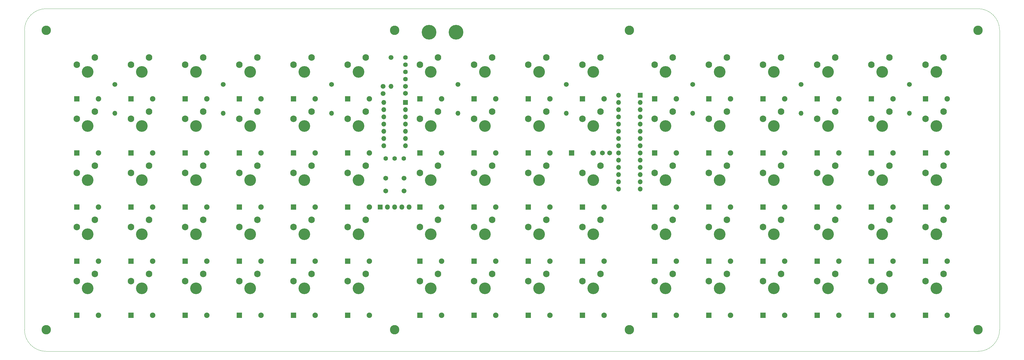
<source format=gbr>
%TF.GenerationSoftware,KiCad,Pcbnew,5.0.0-fee4fd1~66~ubuntu18.04.1*%
%TF.CreationDate,2018-09-12T00:22:08-07:00*%
%TF.ProjectId,keyboard2018,6B6579626F617264323031382E6B6963,rev?*%
%TF.SameCoordinates,Original*%
%TF.FileFunction,Soldermask,Bot*%
%TF.FilePolarity,Negative*%
%FSLAX46Y46*%
G04 Gerber Fmt 4.6, Leading zero omitted, Abs format (unit mm)*
G04 Created by KiCad (PCBNEW 5.0.0-fee4fd1~66~ubuntu18.04.1) date Wed Sep 12 00:22:08 2018*
%MOMM*%
%LPD*%
G01*
G04 APERTURE LIST*
%ADD10C,0.050800*%
%ADD11C,3.301600*%
%ADD12C,4.101600*%
%ADD13C,2.301600*%
%ADD14O,1.901600X1.901600*%
%ADD15R,1.901600X1.901600*%
%ADD16O,1.701600X1.701600*%
%ADD17R,1.701600X1.701600*%
%ADD18C,1.625600*%
%ADD19C,1.601600*%
%ADD20C,5.181600*%
%ADD21C,1.701600*%
%ADD22O,1.801600X1.801600*%
%ADD23R,1.801600X1.801600*%
G04 APERTURE END LIST*
D10*
X47625000Y-86995000D02*
G75*
G02X55245000Y-79375000I7620000J0D01*
G01*
X55245000Y-200025000D02*
G75*
G02X47625000Y-192405000I0J7620000D01*
G01*
X390525000Y-192405000D02*
G75*
G02X382905000Y-200025000I-7620000J0D01*
G01*
X382905000Y-79375000D02*
G75*
G02X390525000Y-86995000I0J-7620000D01*
G01*
X382905000Y-79375000D02*
X55245000Y-79375000D01*
X390525000Y-192405000D02*
X390525000Y-86995000D01*
X55245000Y-200025000D02*
X382905000Y-200025000D01*
X47625000Y-86995000D02*
X47625000Y-192405000D01*
D11*
X177800000Y-86995000D03*
X260350000Y-86995000D03*
X260350000Y-192405000D03*
X382905000Y-86995000D03*
X382905000Y-192405000D03*
X55245000Y-192405000D03*
X55245000Y-86995000D03*
X177800000Y-192405000D03*
D12*
X165100000Y-101600000D03*
D13*
X161290000Y-99060000D03*
X167640000Y-96520000D03*
D12*
X247650000Y-177800000D03*
D13*
X243840000Y-175260000D03*
X250190000Y-172720000D03*
D12*
X209550000Y-120650000D03*
D13*
X205740000Y-118110000D03*
X212090000Y-115570000D03*
D12*
X247650000Y-120650000D03*
D13*
X243840000Y-118110000D03*
X250190000Y-115570000D03*
D12*
X368300000Y-101600000D03*
D13*
X364490000Y-99060000D03*
X370840000Y-96520000D03*
D12*
X69850000Y-177800000D03*
D13*
X66040000Y-175260000D03*
X72390000Y-172720000D03*
D12*
X88900000Y-177800000D03*
D13*
X85090000Y-175260000D03*
X91440000Y-172720000D03*
D12*
X107950000Y-177800000D03*
D13*
X104140000Y-175260000D03*
X110490000Y-172720000D03*
D12*
X127000000Y-177800000D03*
D13*
X123190000Y-175260000D03*
X129540000Y-172720000D03*
D12*
X146050000Y-177800000D03*
D13*
X142240000Y-175260000D03*
X148590000Y-172720000D03*
D12*
X190500000Y-177800000D03*
D13*
X186690000Y-175260000D03*
X193040000Y-172720000D03*
D12*
X209550000Y-177800000D03*
D13*
X205740000Y-175260000D03*
X212090000Y-172720000D03*
D12*
X228600000Y-177800000D03*
D13*
X224790000Y-175260000D03*
X231140000Y-172720000D03*
D12*
X273050000Y-177800000D03*
D13*
X269240000Y-175260000D03*
X275590000Y-172720000D03*
D12*
X292100000Y-177800000D03*
D13*
X288290000Y-175260000D03*
X294640000Y-172720000D03*
D12*
X311150000Y-177800000D03*
D13*
X307340000Y-175260000D03*
X313690000Y-172720000D03*
D12*
X330200000Y-177800000D03*
D13*
X326390000Y-175260000D03*
X332740000Y-172720000D03*
D12*
X349250000Y-177800000D03*
D13*
X345440000Y-175260000D03*
X351790000Y-172720000D03*
D12*
X368300000Y-177800000D03*
D13*
X364490000Y-175260000D03*
X370840000Y-172720000D03*
D12*
X69850000Y-158750000D03*
D13*
X66040000Y-156210000D03*
X72390000Y-153670000D03*
D12*
X88900000Y-158750000D03*
D13*
X85090000Y-156210000D03*
X91440000Y-153670000D03*
D12*
X107950000Y-158750000D03*
D13*
X104140000Y-156210000D03*
X110490000Y-153670000D03*
D12*
X127000000Y-158750000D03*
D13*
X123190000Y-156210000D03*
X129540000Y-153670000D03*
D12*
X146050000Y-158750000D03*
D13*
X142240000Y-156210000D03*
X148590000Y-153670000D03*
D12*
X190500000Y-158750000D03*
D13*
X186690000Y-156210000D03*
X193040000Y-153670000D03*
D12*
X209550000Y-158750000D03*
D13*
X205740000Y-156210000D03*
X212090000Y-153670000D03*
D12*
X228600000Y-158750000D03*
D13*
X224790000Y-156210000D03*
X231140000Y-153670000D03*
D12*
X247650000Y-158750000D03*
D13*
X243840000Y-156210000D03*
X250190000Y-153670000D03*
D12*
X273050000Y-158750000D03*
D13*
X269240000Y-156210000D03*
X275590000Y-153670000D03*
D12*
X292100000Y-158750000D03*
D13*
X288290000Y-156210000D03*
X294640000Y-153670000D03*
D12*
X311150000Y-158750000D03*
D13*
X307340000Y-156210000D03*
X313690000Y-153670000D03*
D12*
X330200000Y-158750000D03*
D13*
X326390000Y-156210000D03*
X332740000Y-153670000D03*
D12*
X349250000Y-158750000D03*
D13*
X345440000Y-156210000D03*
X351790000Y-153670000D03*
D12*
X368300000Y-158750000D03*
D13*
X364490000Y-156210000D03*
X370840000Y-153670000D03*
D12*
X69850000Y-139700000D03*
D13*
X66040000Y-137160000D03*
X72390000Y-134620000D03*
D12*
X88900000Y-139700000D03*
D13*
X85090000Y-137160000D03*
X91440000Y-134620000D03*
D12*
X107950000Y-139700000D03*
D13*
X104140000Y-137160000D03*
X110490000Y-134620000D03*
D12*
X127000000Y-139700000D03*
D13*
X123190000Y-137160000D03*
X129540000Y-134620000D03*
D12*
X146050000Y-139700000D03*
D13*
X142240000Y-137160000D03*
X148590000Y-134620000D03*
D12*
X190500000Y-139700000D03*
D13*
X186690000Y-137160000D03*
X193040000Y-134620000D03*
D12*
X209550000Y-139700000D03*
D13*
X205740000Y-137160000D03*
X212090000Y-134620000D03*
D12*
X228600000Y-139700000D03*
D13*
X224790000Y-137160000D03*
X231140000Y-134620000D03*
D12*
X247650000Y-139700000D03*
D13*
X243840000Y-137160000D03*
X250190000Y-134620000D03*
D12*
X273050000Y-139700000D03*
D13*
X269240000Y-137160000D03*
X275590000Y-134620000D03*
D12*
X292100000Y-139700000D03*
D13*
X288290000Y-137160000D03*
X294640000Y-134620000D03*
D12*
X311150000Y-139700000D03*
D13*
X307340000Y-137160000D03*
X313690000Y-134620000D03*
D12*
X330200000Y-139700000D03*
D13*
X326390000Y-137160000D03*
X332740000Y-134620000D03*
D12*
X349250000Y-139700000D03*
D13*
X345440000Y-137160000D03*
X351790000Y-134620000D03*
D12*
X368300000Y-139700000D03*
D13*
X364490000Y-137160000D03*
X370840000Y-134620000D03*
D12*
X69850000Y-120650000D03*
D13*
X66040000Y-118110000D03*
X72390000Y-115570000D03*
D12*
X88900000Y-120650000D03*
D13*
X85090000Y-118110000D03*
X91440000Y-115570000D03*
D12*
X107950000Y-120650000D03*
D13*
X104140000Y-118110000D03*
X110490000Y-115570000D03*
D12*
X127000000Y-120650000D03*
D13*
X123190000Y-118110000D03*
X129540000Y-115570000D03*
D12*
X146050000Y-120650000D03*
D13*
X142240000Y-118110000D03*
X148590000Y-115570000D03*
D12*
X190500000Y-120650000D03*
D13*
X186690000Y-118110000D03*
X193040000Y-115570000D03*
D12*
X228600000Y-120650000D03*
D13*
X224790000Y-118110000D03*
X231140000Y-115570000D03*
D12*
X273050000Y-120650000D03*
D13*
X269240000Y-118110000D03*
X275590000Y-115570000D03*
D12*
X292100000Y-120650000D03*
D13*
X288290000Y-118110000D03*
X294640000Y-115570000D03*
D12*
X311150000Y-120650000D03*
D13*
X307340000Y-118110000D03*
X313690000Y-115570000D03*
D12*
X330200000Y-120650000D03*
D13*
X326390000Y-118110000D03*
X332740000Y-115570000D03*
D12*
X349250000Y-120650000D03*
D13*
X345440000Y-118110000D03*
X351790000Y-115570000D03*
D12*
X368300000Y-120650000D03*
D13*
X364490000Y-118110000D03*
X370840000Y-115570000D03*
D12*
X69850000Y-101600000D03*
D13*
X66040000Y-99060000D03*
X72390000Y-96520000D03*
D12*
X88900000Y-101600000D03*
D13*
X85090000Y-99060000D03*
X91440000Y-96520000D03*
D12*
X107950000Y-101600000D03*
D13*
X104140000Y-99060000D03*
X110490000Y-96520000D03*
D12*
X127000000Y-101600000D03*
D13*
X123190000Y-99060000D03*
X129540000Y-96520000D03*
D12*
X146050000Y-101600000D03*
D13*
X142240000Y-99060000D03*
X148590000Y-96520000D03*
D12*
X190500000Y-101600000D03*
D13*
X186690000Y-99060000D03*
X193040000Y-96520000D03*
D12*
X209550000Y-101600000D03*
D13*
X205740000Y-99060000D03*
X212090000Y-96520000D03*
D12*
X228600000Y-101600000D03*
D13*
X224790000Y-99060000D03*
X231140000Y-96520000D03*
D12*
X247650000Y-101600000D03*
D13*
X243840000Y-99060000D03*
X250190000Y-96520000D03*
D12*
X273050000Y-101600000D03*
D13*
X269240000Y-99060000D03*
X275590000Y-96520000D03*
D12*
X292100000Y-101600000D03*
D13*
X288290000Y-99060000D03*
X294640000Y-96520000D03*
D12*
X311150000Y-101600000D03*
D13*
X307340000Y-99060000D03*
X313690000Y-96520000D03*
D12*
X330200000Y-101600000D03*
D13*
X326390000Y-99060000D03*
X332740000Y-96520000D03*
D12*
X349250000Y-101600000D03*
D13*
X345440000Y-99060000D03*
X351790000Y-96520000D03*
D12*
X165100000Y-177800000D03*
D13*
X161290000Y-175260000D03*
X167640000Y-172720000D03*
D12*
X165100000Y-158750000D03*
D13*
X161290000Y-156210000D03*
X167640000Y-153670000D03*
D12*
X165100000Y-139700000D03*
D13*
X161290000Y-137160000D03*
X167640000Y-134620000D03*
D12*
X165100000Y-120650000D03*
D13*
X161290000Y-118110000D03*
X167640000Y-115570000D03*
D14*
X73660000Y-187325000D03*
D15*
X66040000Y-187325000D03*
D16*
X256540000Y-109855000D03*
X264160000Y-142875000D03*
X256540000Y-112395000D03*
X264160000Y-140335000D03*
X256540000Y-114935000D03*
X264160000Y-137795000D03*
X256540000Y-117475000D03*
X264160000Y-135255000D03*
X256540000Y-120015000D03*
X264160000Y-132715000D03*
X256540000Y-122555000D03*
X264160000Y-130175000D03*
X256540000Y-125095000D03*
X264160000Y-127635000D03*
X256540000Y-127635000D03*
X264160000Y-125095000D03*
X256540000Y-130175000D03*
X264160000Y-122555000D03*
X256540000Y-132715000D03*
X264160000Y-120015000D03*
X256540000Y-135255000D03*
X264160000Y-117475000D03*
X256540000Y-137795000D03*
X264160000Y-114935000D03*
X256540000Y-140335000D03*
X264160000Y-112395000D03*
X256540000Y-142875000D03*
D17*
X264160000Y-109855000D03*
D18*
X181610000Y-99060000D03*
X181610000Y-104140000D03*
X181610000Y-101600000D03*
X181610000Y-96520000D03*
D19*
X180975000Y-132080000D03*
X177800000Y-132080000D03*
X174625000Y-132080000D03*
D20*
X189865000Y-87630000D03*
X199390000Y-87630000D03*
D21*
X181610000Y-106680000D03*
X181610000Y-109180000D03*
X173736000Y-109220000D03*
X173736000Y-106720000D03*
X253365000Y-130175000D03*
X250865000Y-130175000D03*
D15*
X85090000Y-187325000D03*
D14*
X92710000Y-187325000D03*
X111760000Y-187325000D03*
D15*
X104140000Y-187325000D03*
X123190000Y-187325000D03*
D14*
X130810000Y-187325000D03*
X149860000Y-187325000D03*
D15*
X142240000Y-187325000D03*
X161290000Y-187325000D03*
D14*
X168910000Y-187325000D03*
D15*
X186690000Y-187325000D03*
D14*
X194310000Y-187325000D03*
X213360000Y-187325000D03*
D15*
X205740000Y-187325000D03*
X224790000Y-187325000D03*
D14*
X232410000Y-187325000D03*
X251460000Y-187325000D03*
D15*
X243840000Y-187325000D03*
X269240000Y-187325000D03*
D14*
X276860000Y-187325000D03*
X295910000Y-187325000D03*
D15*
X288290000Y-187325000D03*
X307340000Y-187325000D03*
D14*
X314960000Y-187325000D03*
X334010000Y-187325000D03*
D15*
X326390000Y-187325000D03*
X345440000Y-187325000D03*
D14*
X353060000Y-187325000D03*
X372110000Y-187325000D03*
D15*
X364490000Y-187325000D03*
D14*
X73660000Y-168275000D03*
D15*
X66040000Y-168275000D03*
X85090000Y-168275000D03*
D14*
X92710000Y-168275000D03*
X111760000Y-168275000D03*
D15*
X104140000Y-168275000D03*
X123190000Y-168275000D03*
D14*
X130810000Y-168275000D03*
X149860000Y-168275000D03*
D15*
X142240000Y-168275000D03*
X161290000Y-168275000D03*
D14*
X168910000Y-168275000D03*
D15*
X186690000Y-168275000D03*
D14*
X194310000Y-168275000D03*
X213360000Y-168275000D03*
D15*
X205740000Y-168275000D03*
X224790000Y-168275000D03*
D14*
X232410000Y-168275000D03*
X251460000Y-168275000D03*
D15*
X243840000Y-168275000D03*
X269240000Y-168275000D03*
D14*
X276860000Y-168275000D03*
X295910000Y-168275000D03*
D15*
X288290000Y-168275000D03*
X307340000Y-168275000D03*
D14*
X314960000Y-168275000D03*
D15*
X326390000Y-168275000D03*
D14*
X334010000Y-168275000D03*
D15*
X345440000Y-168275000D03*
D14*
X353060000Y-168275000D03*
D15*
X364490000Y-168275000D03*
D14*
X372110000Y-168275000D03*
D15*
X66040000Y-149225000D03*
D14*
X73660000Y-149225000D03*
D15*
X85090000Y-149225000D03*
D14*
X92710000Y-149225000D03*
X111760000Y-149225000D03*
D15*
X104140000Y-149225000D03*
X123190000Y-149225000D03*
D14*
X130810000Y-149225000D03*
X149860000Y-149225000D03*
D15*
X142240000Y-149225000D03*
X161290000Y-149225000D03*
D14*
X168910000Y-149225000D03*
D15*
X186690000Y-149225000D03*
D14*
X194310000Y-149225000D03*
X213360000Y-149225000D03*
D15*
X205740000Y-149225000D03*
X224790000Y-149225000D03*
D14*
X232410000Y-149225000D03*
X251460000Y-149225000D03*
D15*
X243840000Y-149225000D03*
X269240000Y-149225000D03*
D14*
X276860000Y-149225000D03*
X295910000Y-149225000D03*
D15*
X288290000Y-149225000D03*
D14*
X314960000Y-149225000D03*
D15*
X307340000Y-149225000D03*
X326390000Y-149225000D03*
D14*
X334010000Y-149225000D03*
X353060000Y-149225000D03*
D15*
X345440000Y-149225000D03*
X364490000Y-149225000D03*
D14*
X372110000Y-149225000D03*
D15*
X66040000Y-130175000D03*
D14*
X73660000Y-130175000D03*
X92710000Y-130175000D03*
D15*
X85090000Y-130175000D03*
X104140000Y-130175000D03*
D14*
X111760000Y-130175000D03*
X130810000Y-130175000D03*
D15*
X123190000Y-130175000D03*
X142240000Y-130175000D03*
D14*
X149860000Y-130175000D03*
X168910000Y-130175000D03*
D15*
X161290000Y-130175000D03*
D14*
X194310000Y-130175000D03*
D15*
X186690000Y-130175000D03*
X205740000Y-130175000D03*
D14*
X213360000Y-130175000D03*
X232410000Y-130175000D03*
D15*
X224790000Y-130175000D03*
X240030000Y-130175000D03*
D14*
X247650000Y-130175000D03*
X276860000Y-130175000D03*
D15*
X269240000Y-130175000D03*
D14*
X295910000Y-130175000D03*
D15*
X288290000Y-130175000D03*
X307340000Y-130175000D03*
D14*
X314960000Y-130175000D03*
X334010000Y-130175000D03*
D15*
X326390000Y-130175000D03*
X345440000Y-130175000D03*
D14*
X353060000Y-130175000D03*
X372110000Y-130175000D03*
D15*
X364490000Y-130175000D03*
X66040000Y-111125000D03*
D14*
X73660000Y-111125000D03*
D15*
X85090000Y-111125000D03*
D14*
X92710000Y-111125000D03*
D15*
X104140000Y-111125000D03*
D14*
X111760000Y-111125000D03*
D15*
X123190000Y-111125000D03*
D14*
X130810000Y-111125000D03*
D15*
X142240000Y-111125000D03*
D14*
X149860000Y-111125000D03*
D15*
X161290000Y-111125000D03*
D14*
X168910000Y-111125000D03*
D15*
X186690000Y-111125000D03*
D14*
X194310000Y-111125000D03*
X213360000Y-111125000D03*
D15*
X205740000Y-111125000D03*
X224790000Y-111125000D03*
D14*
X232410000Y-111125000D03*
D15*
X243840000Y-111125000D03*
D14*
X251460000Y-111125000D03*
D15*
X269240000Y-111125000D03*
D14*
X276860000Y-111125000D03*
D15*
X288290000Y-111125000D03*
D14*
X295910000Y-111125000D03*
X314960000Y-111125000D03*
D15*
X307340000Y-111125000D03*
X326390000Y-111125000D03*
D14*
X334010000Y-111125000D03*
D15*
X345440000Y-111125000D03*
D14*
X353060000Y-111125000D03*
D15*
X364490000Y-111125000D03*
D14*
X372110000Y-111125000D03*
D22*
X182880000Y-149225000D03*
X180340000Y-149225000D03*
X177800000Y-149225000D03*
X175260000Y-149225000D03*
D23*
X172720000Y-149225000D03*
D21*
X79375000Y-106045000D03*
D16*
X79375000Y-116205000D03*
X117475000Y-116205000D03*
D21*
X117475000Y-106045000D03*
X155575000Y-106045000D03*
D16*
X155575000Y-116205000D03*
X200025000Y-116205000D03*
D21*
X200025000Y-106045000D03*
D16*
X238125000Y-116205000D03*
D21*
X238125000Y-106045000D03*
X282575000Y-106045000D03*
D16*
X282575000Y-116205000D03*
D21*
X320675000Y-106045000D03*
D16*
X320675000Y-116205000D03*
X358775000Y-116205000D03*
D21*
X358775000Y-106045000D03*
X176530000Y-96520000D03*
D16*
X176530000Y-106680000D03*
D21*
X181125000Y-143565000D03*
X181125000Y-139065000D03*
X174625000Y-143565000D03*
X174625000Y-139065000D03*
D16*
X173990000Y-112395000D03*
X181610000Y-127635000D03*
X173990000Y-114935000D03*
X181610000Y-125095000D03*
X173990000Y-117475000D03*
X181610000Y-122555000D03*
X173990000Y-120015000D03*
X181610000Y-120015000D03*
X173990000Y-122555000D03*
X181610000Y-117475000D03*
X173990000Y-125095000D03*
X181610000Y-114935000D03*
X173990000Y-127635000D03*
D17*
X181610000Y-112395000D03*
M02*

</source>
